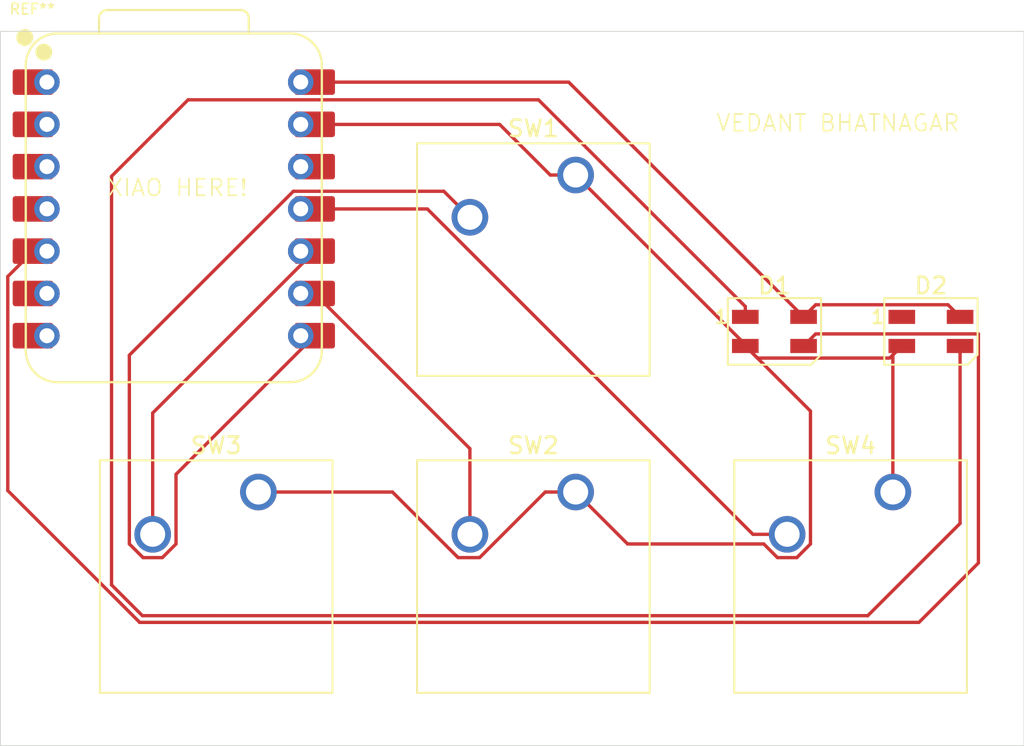
<source format=kicad_pcb>
(kicad_pcb (version 20241229) (generator "pcbnew") (generator_version "9.0")
  (layers (0 "F.Cu" signal) (2 "B.Cu" signal) (13 "F.Paste" user) (15 "B.Paste" user) (5 "F.SilkS" user "F.Silkscreen") (7 "B.SilkS" user "B.Silkscreen") (1 "F.Mask" user) (3 "B.Mask" user) (25 "Edge.Cuts" user))
  (net 0 "")
  (net 1 "Net-(D1-DOUT)")
  (net 2 "Net-(D1-DIN)")
  (net 3 "+5V")
  (net 4 "GND")
  (net 6 "Net-(U1-GPIO1{slash}RX)")
  (net 7 "Net-(U1-GPIO2{slash}SCK)")
  (net 8 "Net-(U1-GPIO4{slash}MISO)")
  (net 9 "Net-(U1-GPIO3{slash}MOSI)")
  (footprint "Button_Switch_Keyboard:SW_Cherry_MX_1.00u_PCB" (layer "F.Cu") (at 190.754 118.11)
    (property "Reference" "SW3" (at -2.54 -2.794 0) (layer "F.SilkS"))
    (property "Value" "SW_LEFT")
    (fp_line (start -9.525 -1.905) (end 4.445 -1.905) (stroke (width 0.12)) (layer "F.SilkS"))
    (fp_line (start -9.525 12.065) (end -9.525 -1.905) (stroke (width 0.12)) (layer "F.SilkS"))
    (fp_line (start 4.445 -1.905) (end 4.445 12.065) (stroke (width 0.12)) (layer "F.SilkS"))
    (fp_line (start 4.445 12.065) (end -9.525 12.065) (stroke (width 0.12)) (layer "F.SilkS"))
    (pad "" np_thru_hole circle (at -7.62 5.08) (size 1.7 1.7) (drill 1.7) (layers "*.Cu" "*.Mask"))
    (pad "" np_thru_hole circle (at -2.54 5.08) (size 4 4) (drill 4) (layers "*.Cu" "*.Mask"))
    (pad "" np_thru_hole circle (at 2.54 5.08) (size 1.7 1.7) (drill 1.7) (layers "*.Cu" "*.Mask"))
    (pad "1" thru_hole circle (at 0 0) (size 2.2 2.2) (drill 1.5) (layers "*.Cu" "*.Mask") (net 4 "GND"))
    (pad "2" thru_hole circle (at -6.35 2.54) (size 2.2 2.2) (drill 1.5) (layers "*.Cu" "*.Mask") (net 8 "Net-(U1-GPIO4{slash}MISO)"))
  )
  (footprint "LED_SMD:LED_SK6812MINI_PLCC4_3.5x3.5mm_P1.75mm" (layer "F.Cu") (at 231.14 108.458)
    (property "Reference" "D2" (at 0 -2.75 0) (layer "F.SilkS"))
    (property "Value" "SK6812MINI")
    (fp_line (start -2.8 -2) (end -2.8 2) (stroke (width 0.12)) (layer "F.SilkS"))
    (fp_line (start -2.8 -2) (end 2.8 -2) (stroke (width 0.12)) (layer "F.SilkS"))
    (fp_line (start -2.8 2) (end 2.2 2) (stroke (width 0.12)) (layer "F.SilkS"))
    (fp_line (start 2.8 1.4) (end 2.2 2) (stroke (width 0.12)) (layer "F.SilkS"))
    (fp_line (start 2.8 1.4) (end 2.8 -2) (stroke (width 0.12)) (layer "F.SilkS"))
    (fp_text user "1" (at -3.2 -0.875 0) (layer "F.SilkS") (effects (font (size 0.8 0.8))))
    (pad "1" smd rect (at -1.75 -0.875) (size 1.6 0.85) (layers "F.Cu" "F.Mask" "F.Paste"))
    (pad "2" smd rect (at -1.75 0.875) (size 1.6 0.85) (layers "F.Cu" "F.Mask" "F.Paste") (net 4 "GND"))
    (pad "3" smd rect (at 1.75 0.875) (size 1.6 0.85) (layers "F.Cu" "F.Mask" "F.Paste") (net 1 "Net-(D1-DOUT)"))
    (pad "4" smd rect (at 1.75 -0.875) (size 1.6 0.85) (layers "F.Cu" "F.Mask" "F.Paste") (net 3 "+5V"))
  )
  (footprint "OPL:XIAO-RP2040-DIP" (layer "F.Cu") (at 185.674 101.092)
    (property "Reference" "REF**" (at -8.5 -12 0) (layer "F.SilkS") (effects (font (size 0.635 0.635) (thickness 0.1016))))
    (property "Value" "XIAO-RP2040-DIP")
    (fp_line (start -8.89 8.509) (end -8.89 -8.636) (stroke (width 0.127)) (layer "F.SilkS"))
    (fp_line (start -6.985 10.414) (end 6.985 10.414) (stroke (width 0.127)) (layer "F.SilkS"))
    (fp_line (start -4.495 -10.541) (end -4.491272 -11.451272) (stroke (width 0.127)) (layer "F.SilkS"))
    (fp_line (start -3.991272 -11.951) (end 4.004 -11.951) (stroke (width 0.127)) (layer "F.SilkS"))
    (fp_line (start 4.504 -11.451) (end 4.504 -10.541) (stroke (width 0.127)) (layer "F.SilkS"))
    (fp_line (start 6.985 -10.541) (end -6.985 -10.541) (stroke (width 0.1)) (layer "F.SilkS"))
    (fp_line (start 6.985 -10.541) (end -6.985 -10.541) (stroke (width 0.127)) (layer "F.SilkS"))
    (fp_line (start 8.89 8.509) (end 8.89 -8.636) (stroke (width 0.127)) (layer "F.SilkS"))
    (fp_arc (start -8.89 -8.636) (mid -8.332038 -9.983038) (end -6.985 -10.541) (stroke (width 0.127)) (layer "F.SilkS"))
    (fp_arc (start -6.985 10.414) (mid -8.332038 9.856038) (end -8.89 8.509) (stroke (width 0.127)) (layer "F.SilkS"))
    (fp_arc (start -4.491272 -11.451272) (mid -4.344728 -11.80464) (end -3.991272 -11.951) (stroke (width 0.127)) (layer "F.SilkS"))
    (fp_arc (start 4.004 -11.951) (mid 4.357553 -11.804553) (end 4.504 -11.451) (stroke (width 0.127)) (layer "F.SilkS"))
    (fp_arc (start 6.985 -10.541) (mid 8.332038 -9.983038) (end 8.89 -8.636) (stroke (width 0.127)) (layer "F.SilkS"))
    (fp_arc (start 8.89 8.509) (mid 8.332038 9.856038) (end 6.985 10.414) (stroke (width 0.127)) (layer "F.SilkS"))
    (fp_circle (center -8.95 -10.3) (end -8.95 -10.554) (stroke (width 0.5)) (fill yes) (layer "F.SilkS"))
    (fp_circle (center -7.807 -9.42) (end -7.807 -9.674) (stroke (width 0.5)) (fill yes) (layer "F.SilkS"))
    (pad "1" smd roundrect (at -8.455 -7.62 180) (size 2.432 1.524) (layers "F.Cu" "F.Mask") (roundrect_rratio 0.1))
    (pad "1" thru_hole circle (at -7.62 -7.62 180) (size 1.524 1.524) (drill 0.889) (layers "*.Cu" "*.Mask"))
    (pad "2" smd roundrect (at -8.455 -5.08 180) (size 2.432 1.524) (layers "F.Cu" "F.Mask") (roundrect_rratio 0.1))
    (pad "2" thru_hole circle (at -7.62 -5.08 180) (size 1.524 1.524) (drill 0.889) (layers "*.Cu" "*.Mask"))
    (pad "3" smd roundrect (at -8.455 -2.54 180) (size 2.432 1.524) (layers "F.Cu" "F.Mask") (roundrect_rratio 0.1))
    (pad "3" thru_hole circle (at -7.62 -2.54 180) (size 1.524 1.524) (drill 0.889) (layers "*.Cu" "*.Mask"))
    (pad "4" smd roundrect (at -8.455 0 180) (size 2.432 1.524) (layers "F.Cu" "F.Mask") (roundrect_rratio 0.1))
    (pad "4" thru_hole circle (at -7.62 0 180) (size 1.524 1.524) (drill 0.889) (layers "*.Cu" "*.Mask"))
    (pad "5" smd roundrect (at -8.455 2.54 180) (size 2.432 1.524) (layers "F.Cu" "F.Mask") (roundrect_rratio 0.1))
    (pad "5" thru_hole circle (at -7.62 2.54 180) (size 1.524 1.524) (drill 0.889) (layers "*.Cu" "*.Mask"))
    (pad "6" smd roundrect (at -8.455 5.08 180) (size 2.432 1.524) (layers "F.Cu" "F.Mask") (roundrect_rratio 0.1))
    (pad "6" thru_hole circle (at -7.62 5.08 180) (size 1.524 1.524) (drill 0.889) (layers "*.Cu" "*.Mask"))
    (pad "7" smd roundrect (at -8.455 7.62 180) (size 2.432 1.524) (layers "F.Cu" "F.Mask") (roundrect_rratio 0.1))
    (pad "7" thru_hole circle (at -7.62 7.62 180) (size 1.524 1.524) (drill 0.889) (layers "*.Cu" "*.Mask"))
    (pad "8" thru_hole circle (at 7.62 7.62) (size 1.524 1.524) (drill 0.889) (layers "*.Cu" "*.Mask"))
    (pad "8" smd roundrect (at 8.455 7.62) (size 2.432 1.524) (layers "F.Cu" "F.Mask") (roundrect_rratio 0.1))
    (pad "9" thru_hole circle (at 7.62 5.08) (size 1.524 1.524) (drill 0.889) (layers "*.Cu" "*.Mask"))
    (pad "9" smd roundrect (at 8.455 5.08) (size 2.432 1.524) (layers "F.Cu" "F.Mask") (roundrect_rratio 0.1))
    (pad "10" thru_hole circle (at 7.62 2.54) (size 1.524 1.524) (drill 0.889) (layers "*.Cu" "*.Mask"))
    (pad "10" smd roundrect (at 8.455 2.54) (size 2.432 1.524) (layers "F.Cu" "F.Mask") (roundrect_rratio 0.1))
    (pad "11" thru_hole circle (at 7.62 0) (size 1.524 1.524) (drill 0.889) (layers "*.Cu" "*.Mask"))
    (pad "11" smd roundrect (at 8.455 0) (size 2.432 1.524) (layers "F.Cu" "F.Mask") (roundrect_rratio 0.1))
    (pad "12" thru_hole circle (at 7.62 -2.54) (size 1.524 1.524) (drill 0.889) (layers "*.Cu" "*.Mask"))
    (pad "12" smd roundrect (at 8.455 -2.54) (size 2.432 1.524) (layers "F.Cu" "F.Mask") (roundrect_rratio 0.1))
    (pad "13" thru_hole circle (at 7.62 -5.08) (size 1.524 1.524) (drill 0.889) (layers "*.Cu" "*.Mask"))
    (pad "13" smd roundrect (at 8.455 -5.08) (size 2.432 1.524) (layers "F.Cu" "F.Mask") (roundrect_rratio 0.1))
    (pad "14" thru_hole circle (at 7.62 -7.62) (size 1.524 1.524) (drill 0.889) (layers "*.Cu" "*.Mask"))
    (pad "14" smd roundrect (at 8.455 -7.62) (size 2.432 1.524) (layers "F.Cu" "F.Mask") (roundrect_rratio 0.1))
  )
  (footprint "LED_SMD:LED_SK6812MINI_PLCC4_3.5x3.5mm_P1.75mm" (layer "F.Cu") (at 221.742 108.458)
    (property "Reference" "D1" (at 0 -2.75 0) (layer "F.SilkS"))
    (property "Value" "SK6812MINI")
    (fp_line (start -2.8 -2) (end -2.8 2) (stroke (width 0.12)) (layer "F.SilkS"))
    (fp_line (start -2.8 -2) (end 2.8 -2) (stroke (width 0.12)) (layer "F.SilkS"))
    (fp_line (start -2.8 2) (end 2.2 2) (stroke (width 0.12)) (layer "F.SilkS"))
    (fp_line (start 2.8 1.4) (end 2.2 2) (stroke (width 0.12)) (layer "F.SilkS"))
    (fp_line (start 2.8 1.4) (end 2.8 -2) (stroke (width 0.12)) (layer "F.SilkS"))
    (fp_text user "1" (at -3.2 -0.875 0) (layer "F.SilkS") (effects (font (size 0.8 0.8))))
    (pad "1" smd rect (at -1.75 -0.875) (size 1.6 0.85) (layers "F.Cu" "F.Mask" "F.Paste") (net 1 "Net-(D1-DOUT)"))
    (pad "2" smd rect (at -1.75 0.875) (size 1.6 0.85) (layers "F.Cu" "F.Mask" "F.Paste") (net 4 "GND"))
    (pad "3" smd rect (at 1.75 0.875) (size 1.6 0.85) (layers "F.Cu" "F.Mask" "F.Paste") (net 2 "Net-(D1-DIN)"))
    (pad "4" smd rect (at 1.75 -0.875) (size 1.6 0.85) (layers "F.Cu" "F.Mask" "F.Paste") (net 3 "+5V"))
  )
  (footprint "Button_Switch_Keyboard:SW_Cherry_MX_1.00u_PCB" (layer "F.Cu") (at 209.804 118.11)
    (property "Reference" "SW2" (at -2.54 -2.794 0) (layer "F.SilkS"))
    (property "Value" "SW_DOWN")
    (fp_line (start -9.525 -1.905) (end 4.445 -1.905) (stroke (width 0.12)) (layer "F.SilkS"))
    (fp_line (start -9.525 12.065) (end -9.525 -1.905) (stroke (width 0.12)) (layer "F.SilkS"))
    (fp_line (start 4.445 -1.905) (end 4.445 12.065) (stroke (width 0.12)) (layer "F.SilkS"))
    (fp_line (start 4.445 12.065) (end -9.525 12.065) (stroke (width 0.12)) (layer "F.SilkS"))
    (pad "" np_thru_hole circle (at -7.62 5.08) (size 1.7 1.7) (drill 1.7) (layers "*.Cu" "*.Mask"))
    (pad "" np_thru_hole circle (at -2.54 5.08) (size 4 4) (drill 4) (layers "*.Cu" "*.Mask"))
    (pad "" np_thru_hole circle (at 2.54 5.08) (size 1.7 1.7) (drill 1.7) (layers "*.Cu" "*.Mask"))
    (pad "1" thru_hole circle (at 0 0) (size 2.2 2.2) (drill 1.5) (layers "*.Cu" "*.Mask") (net 4 "GND"))
    (pad "2" thru_hole circle (at -6.35 2.54) (size 2.2 2.2) (drill 1.5) (layers "*.Cu" "*.Mask") (net 7 "Net-(U1-GPIO2{slash}SCK)"))
  )
  (footprint "Button_Switch_Keyboard:SW_Cherry_MX_1.00u_PCB" (layer "F.Cu") (at 209.804 99.06)
    (property "Reference" "SW1" (at -2.54 -2.794 0) (layer "F.SilkS"))
    (property "Value" "SW_UP")
    (fp_line (start -9.525 -1.905) (end 4.445 -1.905) (stroke (width 0.12)) (layer "F.SilkS"))
    (fp_line (start -9.525 12.065) (end -9.525 -1.905) (stroke (width 0.12)) (layer "F.SilkS"))
    (fp_line (start 4.445 -1.905) (end 4.445 12.065) (stroke (width 0.12)) (layer "F.SilkS"))
    (fp_line (start 4.445 12.065) (end -9.525 12.065) (stroke (width 0.12)) (layer "F.SilkS"))
    (pad "" np_thru_hole circle (at -7.62 5.08) (size 1.7 1.7) (drill 1.7) (layers "*.Cu" "*.Mask"))
    (pad "" np_thru_hole circle (at -2.54 5.08) (size 4 4) (drill 4) (layers "*.Cu" "*.Mask"))
    (pad "" np_thru_hole circle (at 2.54 5.08) (size 1.7 1.7) (drill 1.7) (layers "*.Cu" "*.Mask"))
    (pad "1" thru_hole circle (at 0 0) (size 2.2 2.2) (drill 1.5) (layers "*.Cu" "*.Mask") (net 4 "GND"))
    (pad "2" thru_hole circle (at -6.35 2.54) (size 2.2 2.2) (drill 1.5) (layers "*.Cu" "*.Mask") (net 6 "Net-(U1-GPIO1{slash}RX)"))
  )
  (footprint "Button_Switch_Keyboard:SW_Cherry_MX_1.00u_PCB" (layer "F.Cu") (at 228.854 118.11)
    (property "Reference" "SW4" (at -2.54 -2.794 0) (layer "F.SilkS"))
    (property "Value" "SW_Push")
    (fp_line (start -9.525 -1.905) (end 4.445 -1.905) (stroke (width 0.12)) (layer "F.SilkS"))
    (fp_line (start -9.525 12.065) (end -9.525 -1.905) (stroke (width 0.12)) (layer "F.SilkS"))
    (fp_line (start 4.445 -1.905) (end 4.445 12.065) (stroke (width 0.12)) (layer "F.SilkS"))
    (fp_line (start 4.445 12.065) (end -9.525 12.065) (stroke (width 0.12)) (layer "F.SilkS"))
    (pad "" np_thru_hole circle (at -7.62 5.08) (size 1.7 1.7) (drill 1.7) (layers "*.Cu" "*.Mask"))
    (pad "" np_thru_hole circle (at -2.54 5.08) (size 4 4) (drill 4) (layers "*.Cu" "*.Mask"))
    (pad "" np_thru_hole circle (at 2.54 5.08) (size 1.7 1.7) (drill 1.7) (layers "*.Cu" "*.Mask"))
    (pad "1" thru_hole circle (at 0 0) (size 2.2 2.2) (drill 1.5) (layers "*.Cu" "*.Mask") (net 4 "GND"))
    (pad "2" thru_hole circle (at -6.35 2.54) (size 2.2 2.2) (drill 1.5) (layers "*.Cu" "*.Mask") (net 9 "Net-(U1-GPIO3{slash}MOSI)"))
  )
  (footprint "OPL:XIAO-RP2040-DIP" (layer "F.Cu") (at 185.674 101.0985)
    (property "Reference" "U1" (hide yes))
    (property "Value" "XIAO-RP2040-DIP" (hide yes))
    (fp_line (start -8.89 8.509) (end -8.89 -8.636) (stroke (width 0.127)) (layer "F.SilkS"))
    (fp_line (start -6.985 10.414) (end 6.985 10.414) (stroke (width 0.127)) (layer "F.SilkS"))
    (fp_line (start -4.495 -10.541) (end -4.491272 -11.451272) (stroke (width 0.127)) (layer "F.SilkS"))
    (fp_line (start -3.991272 -11.951) (end 4.004 -11.951) (stroke (width 0.127)) (layer "F.SilkS"))
    (fp_line (start 4.504 -11.451) (end 4.504 -10.541) (stroke (width 0.127)) (layer "F.SilkS"))
    (fp_line (start 6.985 -10.541) (end -6.985 -10.541) (stroke (width 0.1)) (layer "F.SilkS"))
    (fp_line (start 6.985 -10.541) (end -6.985 -10.541) (stroke (width 0.127)) (layer "F.SilkS"))
    (fp_line (start 8.89 8.509) (end 8.89 -8.636) (stroke (width 0.127)) (layer "F.SilkS"))
    (fp_arc (start -8.89 -8.636) (mid -8.332038 -9.983038) (end -6.985 -10.541) (stroke (width 0.127)) (layer "F.SilkS"))
    (fp_arc (start -6.985 10.414) (mid -8.332038 9.856038) (end -8.89 8.509) (stroke (width 0.127)) (layer "F.SilkS"))
    (fp_arc (start -4.491272 -11.451272) (mid -4.344728 -11.80464) (end -3.991272 -11.951) (stroke (width 0.127)) (layer "F.SilkS"))
    (fp_arc (start 4.004 -11.951) (mid 4.357553 -11.804553) (end 4.504 -11.451) (stroke (width 0.127)) (layer "F.SilkS"))
    (fp_arc (start 6.985 -10.541) (mid 8.332038 -9.983038) (end 8.89 -8.636) (stroke (width 0.127)) (layer "F.SilkS"))
    (fp_arc (start 8.89 8.509) (mid 8.332038 9.856038) (end 6.985 10.414) (stroke (width 0.127)) (layer "F.SilkS"))
    (fp_circle (center -8.95 -10.3) (end -8.95 -10.554) (stroke (width 0.5)) (fill yes) (layer "F.SilkS"))
    (fp_circle (center -7.807 -9.42) (end -7.807 -9.674) (stroke (width 0.5)) (fill yes) (layer "F.SilkS"))
    (pad "1" smd roundrect (at -8.455 -7.62 180) (size 2.432 1.524) (layers "F.Cu" "F.Mask") (roundrect_rratio 0.1))
    (pad "1" thru_hole circle (at -7.62 -7.62 180) (size 1.524 1.524) (drill 0.889) (layers "*.Cu" "*.Mask"))
    (pad "2" smd roundrect (at -8.455 -5.08 180) (size 2.432 1.524) (layers "F.Cu" "F.Mask") (roundrect_rratio 0.1))
    (pad "2" thru_hole circle (at -7.62 -5.08 180) (size 1.524 1.524) (drill 0.889) (layers "*.Cu" "*.Mask"))
    (pad "3" smd roundrect (at -8.455 -2.54 180) (size 2.432 1.524) (layers "F.Cu" "F.Mask") (roundrect_rratio 0.1))
    (pad "3" thru_hole circle (at -7.62 -2.54 180) (size 1.524 1.524) (drill 0.889) (layers "*.Cu" "*.Mask"))
    (pad "4" smd roundrect (at -8.455 0 180) (size 2.432 1.524) (layers "F.Cu" "F.Mask") (roundrect_rratio 0.1))
    (pad "4" thru_hole circle (at -7.62 0 180) (size 1.524 1.524) (drill 0.889) (layers "*.Cu" "*.Mask"))
    (pad "5" smd roundrect (at -8.455 2.54 180) (size 2.432 1.524) (layers "F.Cu" "F.Mask") (roundrect_rratio 0.1) (net 2 "Net-(D1-DIN)"))
    (pad "5" thru_hole circle (at -7.62 2.54 180) (size 1.524 1.524) (drill 0.889) (layers "*.Cu" "*.Mask") (net 2 "Net-(D1-DIN)"))
    (pad "6" smd roundrect (at -8.455 5.08 180) (size 2.432 1.524) (layers "F.Cu" "F.Mask") (roundrect_rratio 0.1))
    (pad "6" thru_hole circle (at -7.62 5.08 180) (size 1.524 1.524) (drill 0.889) (layers "*.Cu" "*.Mask"))
    (pad "7" smd roundrect (at -8.455 7.62 180) (size 2.432 1.524) (layers "F.Cu" "F.Mask") (roundrect_rratio 0.1))
    (pad "7" thru_hole circle (at -7.62 7.62 180) (size 1.524 1.524) (drill 0.889) (layers "*.Cu" "*.Mask"))
    (pad "8" thru_hole circle (at 7.62 7.62) (size 1.524 1.524) (drill 0.889) (layers "*.Cu" "*.Mask") (net 6 "Net-(U1-GPIO1{slash}RX)"))
    (pad "8" smd roundrect (at 8.455 7.62) (size 2.432 1.524) (layers "F.Cu" "F.Mask") (roundrect_rratio 0.1) (net 6 "Net-(U1-GPIO1{slash}RX)"))
    (pad "9" thru_hole circle (at 7.62 5.08) (size 1.524 1.524) (drill 0.889) (layers "*.Cu" "*.Mask") (net 7 "Net-(U1-GPIO2{slash}SCK)"))
    (pad "9" smd roundrect (at 8.455 5.08) (size 2.432 1.524) (layers "F.Cu" "F.Mask") (roundrect_rratio 0.1) (net 7 "Net-(U1-GPIO2{slash}SCK)"))
    (pad "10" thru_hole circle (at 7.62 2.54) (size 1.524 1.524) (drill 0.889) (layers "*.Cu" "*.Mask") (net 8 "Net-(U1-GPIO4{slash}MISO)"))
    (pad "10" smd roundrect (at 8.455 2.54) (size 2.432 1.524) (layers "F.Cu" "F.Mask") (roundrect_rratio 0.1) (net 8 "Net-(U1-GPIO4{slash}MISO)"))
    (pad "11" thru_hole circle (at 7.62 0) (size 1.524 1.524) (drill 0.889) (layers "*.Cu" "*.Mask") (net 9 "Net-(U1-GPIO3{slash}MOSI)"))
    (pad "11" smd roundrect (at 8.455 0) (size 2.432 1.524) (layers "F.Cu" "F.Mask") (roundrect_rratio 0.1) (net 9 "Net-(U1-GPIO3{slash}MOSI)"))
    (pad "12" thru_hole circle (at 7.62 -2.54) (size 1.524 1.524) (drill 0.889) (layers "*.Cu" "*.Mask"))
    (pad "12" smd roundrect (at 8.455 -2.54) (size 2.432 1.524) (layers "F.Cu" "F.Mask") (roundrect_rratio 0.1))
    (pad "13" thru_hole circle (at 7.62 -5.08) (size 1.524 1.524) (drill 0.889) (layers "*.Cu" "*.Mask") (net 4 "GND"))
    (pad "13" smd roundrect (at 8.455 -5.08) (size 2.432 1.524) (layers "F.Cu" "F.Mask") (roundrect_rratio 0.1) (net 4 "GND"))
    (pad "14" thru_hole circle (at 7.62 -7.62) (size 1.524 1.524) (drill 0.889) (layers "*.Cu" "*.Mask") (net 3 "+5V"))
    (pad "14" smd roundrect (at 8.455 -7.62) (size 2.432 1.524) (layers "F.Cu" "F.Mask") (roundrect_rratio 0.1) (net 3 "+5V"))
  )
  (gr_rect (start 175.26 90.424) (end 236.728 133.35) (stroke (width 0.05)) (fill no) (layer "Edge.Cuts"))
  (gr_text "VEDANT BHATNAGAR" (at 218.186 96.52 0) (layer "F.SilkS") (effects (font (size 1 1) (thickness 0.1)) (justify left bottom)))
  (gr_text "XIAO HERE!" (at 181.61 99.822 0) (layer "F.SilkS") (effects (font (size 1 1) (thickness 0.1)) (justify left)))
  (segment (start 181.933 99.13681) (end 181.933 123.68747) (width 0.2) (layer "F.Cu") (net 1))
  (segment (start 227.34453 125.541) (end 232.89 119.99553) (width 0.2) (layer "F.Cu") (net 1))
  (segment (start 219.992 106.958) (end 207.5755 94.5415) (width 0.2) (layer "F.Cu") (net 1))
  (segment (start 186.52831 94.5415) (end 181.933 99.13681) (width 0.2) (layer "F.Cu") (net 1))
  (segment (start 181.933 123.68747) (end 183.78653 125.541) (width 0.2) (layer "F.Cu") (net 1))
  (segment (start 219.992 107.583) (end 219.992 106.958) (width 0.2) (layer "F.Cu") (net 1))
  (segment (start 183.78653 125.541) (end 227.34453 125.541) (width 0.2) (layer "F.Cu") (net 1))
  (segment (start 207.5755 94.5415) (end 186.52831 94.5415) (width 0.2) (layer "F.Cu") (net 1))
  (segment (start 232.89 119.99553) (end 232.89 109.333) (width 0.2) (layer "F.Cu") (net 1))
  (segment (start 175.702 105.1555) (end 177.219 103.6385) (width 0.2) (layer "F.Cu") (net 2))
  (segment (start 224.218 108.607) (end 233.991 108.607) (width 0.2) (layer "F.Cu") (net 2))
  (segment (start 183.62043 125.942) (end 175.702 118.02357) (width 0.2) (layer "F.Cu") (net 2))
  (segment (start 233.991 122.371) (end 230.42 125.942) (width 0.2) (layer "F.Cu") (net 2))
  (segment (start 230.42 125.942) (end 183.62043 125.942) (width 0.2) (layer "F.Cu") (net 2))
  (segment (start 175.702 118.02357) (end 175.702 105.1555) (width 0.2) (layer "F.Cu") (net 2))
  (segment (start 233.991 108.607) (end 233.991 122.371) (width 0.2) (layer "F.Cu") (net 2))
  (segment (start 223.492 109.333) (end 224.218 108.607) (width 0.2) (layer "F.Cu") (net 2))
  (segment (start 232.164 106.857) (end 232.89 107.583) (width 0.2) (layer "F.Cu") (net 3))
  (segment (start 223.492 107.583) (end 209.3875 93.4785) (width 0.2) (layer "F.Cu") (net 3))
  (segment (start 224.218 106.857) (end 232.164 106.857) (width 0.2) (layer "F.Cu") (net 3))
  (segment (start 209.3875 93.4785) (end 193.294 93.4785) (width 0.2) (layer "F.Cu") (net 3))
  (segment (start 223.492 107.583) (end 224.218 106.857) (width 0.2) (layer "F.Cu") (net 3))
  (segment (start 223.905 121.230314) (end 223.905 113.246) (width 0.2) (layer "F.Cu") (net 4))
  (segment (start 220.718 110.059) (end 219.992 109.333) (width 0.2) (layer "F.Cu") (net 4))
  (segment (start 205.2385 96.0185) (end 194.129 96.0185) (width 0.2) (layer "F.Cu") (net 4))
  (segment (start 219.992 109.333) (end 219.992 109.248) (width 0.2) (layer "F.Cu") (net 4))
  (segment (start 209.804 118.11) (end 207.975314 118.11) (width 0.2) (layer "F.Cu") (net 4))
  (segment (start 209.804 99.06) (end 208.28 99.06) (width 0.2) (layer "F.Cu") (net 4))
  (segment (start 228.854 109.869) (end 229.39 109.333) (width 0.2) (layer "F.Cu") (net 4))
  (segment (start 228.854 118.11) (end 228.854 109.869) (width 0.2) (layer "F.Cu") (net 4))
  (segment (start 223.084314 122.051) (end 223.905 121.230314) (width 0.2) (layer "F.Cu") (net 4))
  (segment (start 207.975314 118.11) (end 204.034314 122.051) (width 0.2) (layer "F.Cu") (net 4))
  (segment (start 223.905 113.246) (end 219.992 109.333) (width 0.2) (layer "F.Cu") (net 4))
  (segment (start 209.804 118.11) (end 212.924314 121.230314) (width 0.2) (layer "F.Cu") (net 4))
  (segment (start 221.923686 122.051) (end 223.084314 122.051) (width 0.2) (layer "F.Cu") (net 4))
  (segment (start 202.74347 122.051) (end 198.80247 118.11) (width 0.2) (layer "F.Cu") (net 4))
  (segment (start 204.034314 122.051) (end 202.74347 122.051) (width 0.2) (layer "F.Cu") (net 4))
  (segment (start 212.924314 121.230314) (end 221.103 121.230314) (width 0.2) (layer "F.Cu") (net 4))
  (segment (start 221.103 121.230314) (end 221.923686 122.051) (width 0.2) (layer "F.Cu") (net 4))
  (segment (start 228.664 110.059) (end 220.718 110.059) (width 0.2) (layer "F.Cu") (net 4))
  (segment (start 198.80247 118.11) (end 190.754 118.11) (width 0.2) (layer "F.Cu") (net 4))
  (segment (start 219.992 109.248) (end 209.804 99.06) (width 0.2) (layer "F.Cu") (net 4))
  (segment (start 208.28 99.06) (end 205.2385 96.0185) (width 0.2) (layer "F.Cu") (net 4))
  (segment (start 229.39 109.333) (end 228.664 110.059) (width 0.2) (layer "F.Cu") (net 4))
  (segment (start 183.003 109.88619) (end 183.003 121.230314) (width 0.2) (layer "F.Cu") (net 6))
  (segment (start 201.8895 100.0355) (end 192.85369 100.0355) (width 0.2) (layer "F.Cu") (net 6))
  (segment (start 184.984314 122.051) (end 185.805 121.230314) (width 0.2) (layer "F.Cu") (net 6))
  (segment (start 185.805 117.0425) (end 194.129 108.7185) (width 0.2) (layer "F.Cu") (net 6))
  (segment (start 203.454 101.6) (end 201.8895 100.0355) (width 0.2) (layer "F.Cu") (net 6))
  (segment (start 183.003 121.230314) (end 183.823686 122.051) (width 0.2) (layer "F.Cu") (net 6))
  (segment (start 183.823686 122.051) (end 184.984314 122.051) (width 0.2) (layer "F.Cu") (net 6))
  (segment (start 192.85369 100.0355) (end 183.003 109.88619) (width 0.2) (layer "F.Cu") (net 6))
  (segment (start 185.805 121.230314) (end 185.805 117.0425) (width 0.2) (layer "F.Cu") (net 6))
  (segment (start 203.454 120.65) (end 203.454 115.5035) (width 0.2) (layer "F.Cu") (net 7))
  (segment (start 203.454 115.5035) (end 194.129 106.1785) (width 0.2) (layer "F.Cu") (net 7))
  (segment (start 184.404 120.65) (end 184.404 113.3635) (width 0.2) (layer "F.Cu") (net 8))
  (segment (start 184.404 113.3635) (end 194.129 103.6385) (width 0.2) (layer "F.Cu") (net 8))
  (segment (start 222.504 120.65) (end 220.449184 120.65) (width 0.2) (layer "F.Cu") (net 9))
  (segment (start 220.449184 120.65) (end 200.897684 101.0985) (width 0.2) (layer "F.Cu") (net 9))
  (segment (start 200.897684 101.0985) (end 194.129 101.0985) (width 0.2) (layer "F.Cu") (net 9))
)
</source>
